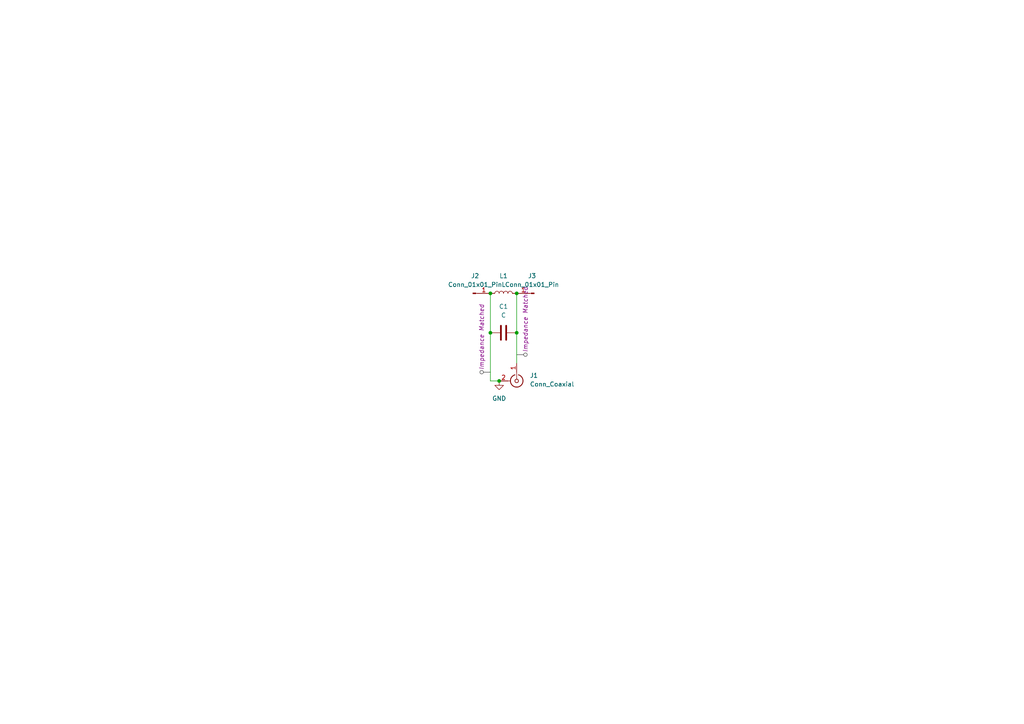
<source format=kicad_sch>
(kicad_sch (version 20231120) (generator "eeschema") (generator_version "8.0")
  (paper "A4")
  (lib_symbols
    (symbol "Connector:Conn_01x01_Pin" (pin_names (offset 1.016) hide)
      (property "Reference" "J" (at 0 2.54 0))
      (property "Value" "Conn_01x01_Pin" (at 0 -2.54 0))
      (symbol "Conn_01x01_Pin_1_1"
        (polyline (pts (xy 1.27 0) (xy 0.8636 0)) (stroke (width 0.1524)))
        (rectangle (start 0.8636 0.127) (end 0 -0.127) (stroke (width 0.1524)) (fill (type outline)))
        (pin passive line (at 5.08 0 180) (length 3.81) (name "Pin_1") (number "1"))
      )
    )
    (symbol "Connector:Conn_Coaxial" (pin_names (offset 1.016) hide)
      (property "Reference" "J" (at 0.254 3.048 0))
      (property "Value" "Conn_Coaxial" (at 2.921 0 90))
      (symbol "Conn_Coaxial_0_1"
        (arc (start -1.778 -0.508) (mid 0.2311 -1.8066) (end 1.778 0) (stroke (width 0.254)))
        (polyline (pts (xy -2.54 0) (xy -0.508 0)))
        (polyline (pts (xy 0 -2.54) (xy 0 -1.778)))
        (circle (center 0 0) (radius 0.508) (stroke (width 0.2032)))
        (arc (start 1.778 0) (mid 0.2099 1.8101) (end -1.778 0.508) (stroke (width 0.254)))
      )
      (symbol "Conn_Coaxial_1_1"
        (pin passive line (at -5.08 0 0) (length 2.54) (name "In") (number "1"))
        (pin passive line (at 0 -5.08 90) (length 2.54) (name "Ext") (number "2"))
      )
    )
    (symbol "Device:C" (pin_numbers hide) (pin_names (offset 0.254))
      (property "Reference" "C" (at 0.635 2.54 0))
      (property "Value" "C" (at 0.635 -2.54 0))
      (symbol "C_0_1"
        (polyline (pts (xy -2.032 -0.762) (xy 2.032 -0.762)) (stroke (width 0.508)))
        (polyline (pts (xy -2.032 0.762) (xy 2.032 0.762)) (stroke (width 0.508)))
      )
      (symbol "C_1_1"
        (pin passive line (at 0 3.81 270) (length 2.794) (name "~") (number "1"))
        (pin passive line (at 0 -3.81 90) (length 2.794) (name "~") (number "2"))
      )
    )
    (symbol "Device:L" (pin_numbers hide) (pin_names (offset 1.016) hide)
      (property "Reference" "L" (at -1.27 0 90))
      (property "Value" "L" (at 1.905 0 90))
      (symbol "L_0_1"
        (arc (start 0 -2.54) (mid 0.6323 -1.905) (end 0 -1.27))
        (arc (start 0 -1.27) (mid 0.6323 -0.635) (end 0 0))
        (arc (start 0 0) (mid 0.6323 0.635) (end 0 1.27))
        (arc (start 0 1.27) (mid 0.6323 1.905) (end 0 2.54))
      )
      (symbol "L_1_1"
        (pin passive line (at 0 3.81 270) (length 1.27) (name "1") (number "1"))
        (pin passive line (at 0 -3.81 90) (length 1.27) (name "2") (number "2"))
      )
    )
    (symbol "power:GND" (power) (pin_numbers hide) (pin_names (offset 0) hide)
      (property "Value" "GND" (at 0 -3.81 0))
      (symbol "GND_0_1"
        (polyline (pts (xy 0 0) (xy 0 -1.27) (xy 1.27 -1.27) (xy 0 -2.54) (xy -1.27 -1.27) (xy 0 -1.27)))
      )
      (symbol "GND_1_1"
        (pin power_in line (at 0 0 270) (length 0) (name "~") (number "1"))
      )
    )
  )
  (junction (at 144.78 110.49))
  (junction (at 149.86 96.52))
  (junction (at 142.24 96.52))
  (junction (at 149.86 85.09))
  (junction (at 142.24 85.09))
  (wire (pts (xy 142.24 85.09) (xy 142.24 96.52)))
  (wire (pts (xy 142.24 110.49) (xy 144.78 110.49)))
  (wire (pts (xy 142.24 96.52) (xy 142.24 110.49)))
  (wire (pts (xy 149.86 85.09) (xy 149.86 96.52)))
  (wire (pts (xy 149.86 96.52) (xy 149.86 105.41)))
  (netclass_flag "" (length 2.54) (shape round) (at 149.86 102.87 270) (property "Netclass" "Impedance Matched" (at 152.4 102.1715 90) (effects (font (italic yes)) (justify left))))
  (netclass_flag "" (length 2.54) (shape round) (at 142.24 107.95 90) (property "Netclass" "Impedance Matched" (at 139.7 107.2515 90) (effects (font (italic yes)) (justify left))))
  (symbol (lib_id "Connector:Conn_01x01_Pin") (at 137.16 85.09 0) (unit 1)
    (property "Reference" "J2" (at 137.795 80.01 0))
    (property "Value" "Conn_01x01_Pin" (at 137.795 82.55 0))
    (property "Footprint" "Avionics:Wire Pad" (effects (hide yes)))
    (property "Description" "Generic connector, single row, 01x01, script generated" (effects (hide yes)))
  )
  (symbol (lib_id "Device:C") (at 146.05 96.52 90) (unit 1)
    (property "Reference" "C1" (at 146.05 88.9 90))
    (property "Value" "C" (at 146.05 91.44 90))
    (property "Footprint" "Capacitor_SMD:C_0805_2012Metric_Pad1.18x1.45mm_HandSolder" (effects (hide yes)))
    (property "Description" "Unpolarized capacitor" (effects (hide yes)))
  )
  (symbol (lib_id "power:GND") (at 144.78 110.49 0) (unit 1)
    (property "Reference" "#PWR01" (effects (hide yes)))
    (property "Value" "GND" (at 144.78 115.57 0))
    (property "Description" "Power symbol creates a global label with name \"GND\" , ground" (effects (hide yes)))
  )
  (symbol (lib_id "Connector:Conn_01x01_Pin") (at 154.94 85.09 180) (unit 1)
    (property "Reference" "J3" (at 154.305 80.01 0))
    (property "Value" "Conn_01x01_Pin" (at 154.305 82.55 0))
    (property "Footprint" "Avionics:Wire Pad" (effects (hide yes)))
    (property "Description" "Generic connector, single row, 01x01, script generated" (effects (hide yes)))
  )
  (symbol (lib_id "Device:L") (at 146.05 85.09 90) (unit 1)
    (property "Reference" "L1" (at 146.05 80.01 90))
    (property "Value" "L" (at 146.05 82.55 90))
    (property "Footprint" "Inductor_SMD:L_0805_2012Metric_Pad1.15x1.40mm_HandSolder" (effects (hide yes)))
    (property "Description" "Inductor" (effects (hide yes)))
  )
  (symbol (lib_id "Connector:Conn_Coaxial") (at 149.86 110.49 270) (unit 1)
    (property "Reference" "J1" (at 153.67 108.9024 90) (effects (justify left)))
    (property "Value" "Conn_Coaxial" (at 153.67 111.4424 90) (effects (justify left)))
    (property "Footprint" "adafruit:SMA_EDGELAUNCH" (effects (hide yes)))
    (property "Description" "coaxial connector (BNC, SMA, SMB, SMC, Cinch/RCA, LEMO, ...)" (effects (hide yes)))
  )
)
</source>
